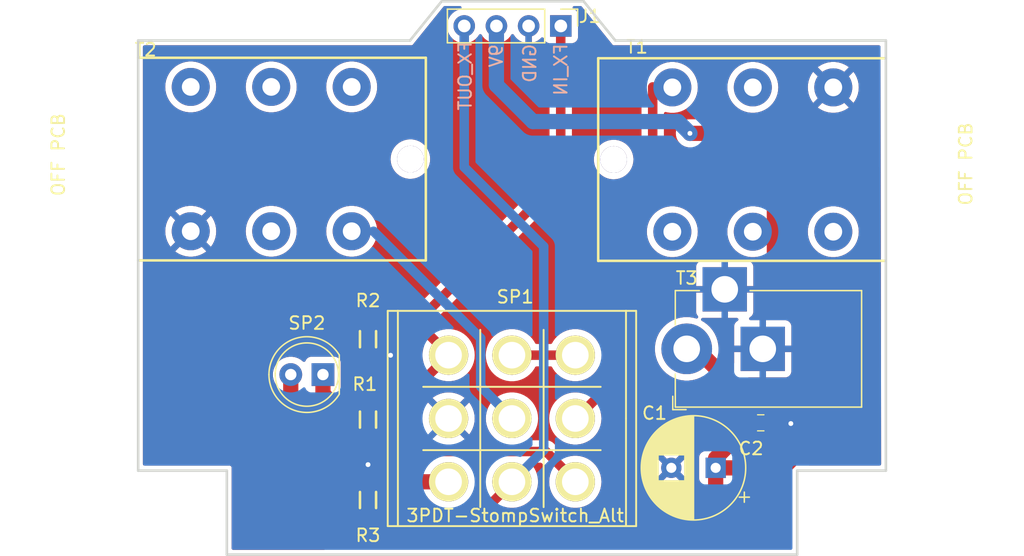
<source format=kicad_pcb>
(kicad_pcb (version 20221018) (generator pcbnew)
  (layers (0 "F.Cu" signal) (31 "B.Cu" signal) (34 "B.Paste" user) (35 "F.Paste" user) (36 "B.SilkS" user "B.Silkscreen") (37 "F.SilkS" user "F.Silkscreen") (38 "B.Mask" user) (39 "F.Mask" user) (44 "Edge.Cuts" user))
  (net 0 "")
  (net 1 "GND")
  (net 2 "+9V")
  (net 3 "Net-(R1-Pad2)")
  (net 4 "Net-(R1-Pad1)")
  (net 5 "Net-(T1-Pad5)")
  (net 6 "Net-(T1-Pad3)")
  (net 7 "Net-(T1-Pad2)")
  (net 8 "Net-(T1-Pad1)")
  (net 9 "Net-(T2-Pad5)")
  (net 10 "Net-(T2-Pad3)")
  (net 11 "Net-(T2-Pad2)")
  (net 12 "Net-(T2-Pad1)")
  (net 13 "/OUT")
  (net 14 "/IN")
  (net 15 "/Pedal_IN")
  (net 16 "/Pedal_OUT")
  (net 17 "/BYPASS")
  (footprint "AVR-KiCAD-Lib-Capacitors:C0805" (layer "F.Cu") (at 145.126 151.842)
    (fp_text reference "C2" (at -0.762 2.032 180) (layer "F.SilkS"))
    (fp_text value "CL21B104KCFNNNE" hide)
    (fp_line (start -0.254 -0.635) (end 0.254 -0.635) (stroke (width 0.1)) (layer "F.SilkS"))
    (fp_line (start -0.254 0.635) (end 0.254 0.635) (stroke (width 0.1)) (layer "F.SilkS"))
    (pad "1" smd roundrect (at -0.95 0) (size 1.321 1.524) (layers "F.Cu" "F.Paste" "F.Mask") (net 2 "+9V"))
    (pad "2" smd roundrect (at 0.95 0) (size 1.321 1.524) (layers "F.Cu" "F.Paste" "F.Mask") (net 1 "GND"))
  )
  (footprint "Connector_PinHeader_2.54mm:PinHeader_1x04_P2.54mm_Vertical" (layer "F.Cu") (at 129.35 120.5 -90)
    (fp_text reference "J1" (at -0.762 -2.286 180) (layer "F.SilkS"))
    (fp_text value "Conn_01x04_Female" hide)
    (fp_line (start -1.33 -1.33) (end 0 -1.33) (stroke (width 0.12)) (layer "F.SilkS"))
    (fp_line (start -1.33 0) (end -1.33 -1.33) (stroke (width 0.12)) (layer "F.SilkS"))
    (fp_line (start -1.33 1.27) (end -1.33 8.95) (stroke (width 0.12)) (layer "F.SilkS"))
    (fp_line (start -1.33 1.27) (end 1.33 1.27) (stroke (width 0.12)) (layer "F.SilkS"))
    (fp_line (start -1.33 8.95) (end 1.33 8.95) (stroke (width 0.12)) (layer "F.SilkS"))
    (fp_line (start 1.33 1.27) (end 1.33 8.95) (stroke (width 0.12)) (layer "F.SilkS"))
    (pad "1" thru_hole rect (at 0 0 270) (size 1.7 1.7) (drill 1) (layers "*.Cu" "*.Mask") (net 14 "/IN"))
    (pad "2" thru_hole oval (at 0 2.54 270) (size 1.7 1.7) (drill 1) (layers "*.Cu" "*.Mask") (net 1 "GND"))
    (pad "3" thru_hole oval (at 0 5.08 270) (size 1.7 1.7) (drill 1) (layers "*.Cu" "*.Mask") (net 2 "+9V"))
    (pad "4" thru_hole oval (at 0 7.62 270) (size 1.7 1.7) (drill 1) (layers "*.Cu" "*.Mask") (net 13 "/OUT"))
  )
  (footprint "AVR-KiCAD-Lib-Resistors:R1206" (layer "F.Cu") (at 114.138 151.588 90)
    (fp_text reference "R1" (at 2.794 -0.254) (layer "F.SilkS"))
    (fp_text value "RC1206FR-071KL" hide)
    (fp_line (start -0.635 -0.635) (end 0.635 -0.635) (stroke (width 0.2)) (layer "F.SilkS"))
    (fp_line (start 0.635 0.635) (end -0.635 0.635) (stroke (width 0.2)) (layer "F.SilkS"))
    (pad "1" smd roundrect (at -1.325 0 90) (size 1.1 2) (layers "F.Cu" "F.Paste" "F.Mask") (net 4 "Net-(R1-Pad1)"))
    (pad "2" smd roundrect (at 1.325 0 90) (size 1.1 2) (layers "F.Cu" "F.Paste" "F.Mask") (net 3 "Net-(R1-Pad2)"))
  )
  (footprint "AVR-KiCAD-Lib-Resistors:R1206" (layer "F.Cu") (at 114.138 145.238 -90)
    (fp_text reference "R2" (at -3.048 0 180) (layer "F.SilkS"))
    (fp_text value "RC1206FR-071ML" hide)
    (fp_line (start -0.635 -0.635) (end 0.635 -0.635) (stroke (width 0.2)) (layer "F.SilkS"))
    (fp_line (start 0.635 0.635) (end -0.635 0.635) (stroke (width 0.2)) (layer "F.SilkS"))
    (pad "1" smd roundrect (at -1.325 0 270) (size 1.1 2) (layers "F.Cu" "F.Paste" "F.Mask") (net 14 "/IN"))
    (pad "2" smd roundrect (at 1.325 0 270) (size 1.1 2) (layers "F.Cu" "F.Paste" "F.Mask") (net 1 "GND"))
  )
  (footprint "AVR-KiCAD-Lib-Resistors:R1206" (layer "F.Cu") (at 114.138 157.938 90)
    (fp_text reference "R3" (at -2.794 0) (layer "F.SilkS"))
    (fp_text value "RC1206FR-071ML" hide)
    (fp_line (start -0.635 -0.635) (end 0.635 -0.635) (stroke (width 0.2)) (layer "F.SilkS"))
    (fp_line (start 0.635 0.635) (end -0.635 0.635) (stroke (width 0.2)) (layer "F.SilkS"))
    (pad "1" smd roundrect (at -1.325 0 90) (size 1.1 2) (layers "F.Cu" "F.Paste" "F.Mask") (net 13 "/OUT"))
    (pad "2" smd roundrect (at 1.325 0 90) (size 1.1 2) (layers "F.Cu" "F.Paste" "F.Mask") (net 1 "GND"))
  )
  (footprint "AVR-KiCAD-Lib-Diodesl:LED_D5.0mm" (layer "F.Cu") (at 110.582 148.032 180)
    (fp_text reference "SP2" (at 1.27 4.064 180) (layer "F.SilkS"))
    (fp_text value "HLMP-4700-C0002" hide)
    (fp_line (start -1.29 -1.545) (end -1.29 1.545) (stroke (width 0.12)) (layer "F.SilkS"))
    (fp_arc (start -1.29 -1.54483) (mid 2.072002 -2.880433) (end 4.26 0.000462) (stroke (width 0.12)) (layer "F.SilkS"))
    (fp_arc (start 4.26 -0.000462) (mid 2.072002 2.880433) (end -1.29 1.54483) (stroke (width 0.12)) (layer "F.SilkS"))
    (fp_circle (center 1.27 0) (end 3.77 0) (stroke (width 0.12)) (fill none) (layer "F.SilkS"))
    (pad "1" thru_hole rect (at 0 0 180) (size 1.8 1.8) (drill 0.9) (layers "*.Cu" "*.Mask") (net 3 "Net-(R1-Pad2)"))
    (pad "2" thru_hole circle (at 2.54 0 180) (size 1.8 1.8) (drill 0.9) (layers "*.Cu" "*.Mask") (net 2 "+9V"))
  )
  (footprint "AVR-KiCAD-Lib-Connectors:ACJS-MHDR" (layer "F.Cu") (at 144.5 131.05)
    (fp_text reference "T1" (at -9.144 -8.89) (layer "F.SilkS"))
    (fp_text value "ACJS-MHDR")
    (fp_text user "OFF PCB" (at 16.8 0.35 90) (layer "F.SilkS"))
    (fp_line (start -12.2 -8) (end 10.5 -8) (stroke (width 0.2)) (layer "F.SilkS"))
    (fp_line (start -12.2 8) (end -12.2 -8) (stroke (width 0.2)) (layer "F.SilkS"))
    (fp_line (start -12.2 8) (end 10.5 8) (stroke (width 0.2)) (layer "F.SilkS"))
    (pad "1" thru_hole circle (at 6.35 5.7) (size 3 3) (drill 1.4) (layers "*.Cu" "*.Mask") (net 8 "Net-(T1-Pad1)"))
    (pad "2" thru_hole circle (at 0 5.7) (size 3 3) (drill 1.4) (layers "*.Cu" "*.Mask") (net 7 "Net-(T1-Pad2)"))
    (pad "3" thru_hole circle (at -6.35 5.7) (size 3 3) (drill 1.4) (layers "*.Cu" "*.Mask") (net 6 "Net-(T1-Pad3)"))
    (pad "4" thru_hole circle (at 6.35 -5.7) (size 3 3) (drill 1.4) (layers "*.Cu" "*.Mask") (net 1 "GND"))
    (pad "5" thru_hole circle (at 0 -5.7) (size 3 3) (drill 1.4) (layers "*.Cu" "*.Mask") (net 5 "Net-(T1-Pad5)"))
    (pad "6" thru_hole circle (at -6.35 -5.7) (size 3 3) (drill 1.4) (layers "*.Cu" "*.Mask") (net 15 "/Pedal_IN"))
    (pad "7" thru_hole circle (at -10.98 0) (size 2.1 2.1) (drill 2.1) (layers "*.Cu" "*.Mask"))
  )
  (footprint "AVR-KiCAD-Lib-Connectors:ACJS-MHDR" (layer "F.Cu") (at 106.5 131.014 180)
    (fp_text reference "T2" (at 9.906 8.636 180) (layer "F.SilkS"))
    (fp_text value "ACJS-MHDR")
    (fp_text user "OFF PCB" (at 16.8 0.35 270) (layer "F.SilkS"))
    (fp_line (start -12.2 -8) (end 10.5 -8) (stroke (width 0.2)) (layer "F.SilkS"))
    (fp_line (start -12.2 8) (end -12.2 -8) (stroke (width 0.2)) (layer "F.SilkS"))
    (fp_line (start -12.2 8) (end 10.5 8) (stroke (width 0.2)) (layer "F.SilkS"))
    (pad "1" thru_hole circle (at 6.35 5.7 180) (size 3 3) (drill 1.4) (layers "*.Cu" "*.Mask") (net 12 "Net-(T2-Pad1)"))
    (pad "2" thru_hole circle (at 0 5.7 180) (size 3 3) (drill 1.4) (layers "*.Cu" "*.Mask") (net 11 "Net-(T2-Pad2)"))
    (pad "3" thru_hole circle (at -6.35 5.7 180) (size 3 3) (drill 1.4) (layers "*.Cu" "*.Mask") (net 10 "Net-(T2-Pad3)"))
    (pad "4" thru_hole circle (at 6.35 -5.7 180) (size 3 3) (drill 1.4) (layers "*.Cu" "*.Mask") (net 1 "GND"))
    (pad "5" thru_hole circle (at 0 -5.7 180) (size 3 3) (drill 1.4) (layers "*.Cu" "*.Mask") (net 9 "Net-(T2-Pad5)"))
    (pad "6" thru_hole circle (at -6.35 -5.7 180) (size 3 3) (drill 1.4) (layers "*.Cu" "*.Mask") (net 16 "/Pedal_OUT"))
    (pad "7" thru_hole circle (at -10.98 0 180) (size 2.1 2.1) (drill 2.1) (layers "*.Cu" "*.Mask"))
  )
  (footprint "AVR-KiCAD-Lib-Special:Switches_Stomp_Switch_3PDT" (layer "F.Cu") (at 125.494107 151.5)
    (fp_text reference "SP1" (at 0.254 -9.604) (layer "F.SilkS"))
    (fp_text value "3PDT-StompSwitch_Alt" (at 0.254 7.668) (layer "F.SilkS"))
    (fp_line (start -9.8 -8.5) (end -9 -8.5) (stroke (width 0.15)) (layer "F.SilkS"))
    (fp_line (start -9.8 8.5) (end -9.8 -8.5) (stroke (width 0.15)) (layer "F.SilkS"))
    (fp_line (start -9 -8.5) (end 9 -8.5) (stroke (width 0.15)) (layer "F.SilkS"))
    (fp_line (start -9 8.5) (end -9.8 8.5) (stroke (width 0.15)) (layer "F.SilkS"))
    (fp_line (start -9 8.5) (end -9 -8.5) (stroke (width 0.15)) (layer "F.SilkS"))
    (fp_line (start -9 8.5) (end 9 8.5) (stroke (width 0.15)) (layer "F.SilkS"))
    (fp_line (start -7 -2.5) (end 7 -2.5) (stroke (width 0.15)) (layer "F.SilkS"))
    (fp_line (start -2.5 -7) (end -2.5 7) (stroke (width 0.15)) (layer "F.SilkS"))
    (fp_line (start 2.5 7) (end 2.5 -7) (stroke (width 0.15)) (layer "F.SilkS"))
    (fp_line (start 7 2.5) (end -7 2.5) (stroke (width 0.15)) (layer "F.SilkS"))
    (fp_line (start 9 -8.5) (end 9 0) (stroke (width 0.15)) (layer "F.SilkS"))
    (fp_line (start 9 8.5) (end 9 0) (stroke (width 0.15)) (layer "F.SilkS"))
    (fp_line (start 9.8 -8.5) (end 9 -8.5) (stroke (width 0.15)) (layer "F.SilkS"))
    (fp_line (start 9.8 8.5) (end 9 8.5) (stroke (width 0.15)) (layer "F.SilkS"))
    (fp_line (start 9.8 8.5) (end 9.8 -8.5) (stroke (width 0.15)) (layer "F.SilkS"))
    (pad "1" thru_hole circle locked (at 5 -5) (size 3.1 3.1) (drill 2.1) (layers "*.Cu" "*.Mask" "F.SilkS") (net 17 "/BYPASS"))
    (pad "2" thru_hole circle locked (at 0 -5) (size 3.1 3.1) (drill 2.1) (layers "*.Cu" "*.Mask" "F.SilkS") (net 17 "/BYPASS"))
    (pad "3" thru_hole circle locked (at -5 -5) (size 3.1 3.1) (drill 2.1) (layers "*.Cu" "*.Mask" "F.SilkS") (net 14 "/IN"))
    (pad "4" thru_hole circle locked (at 5 0) (size 3.1 3.1) (drill 2.1) (layers "*.Cu" "*.Mask" "F.SilkS") (net 15 "/Pedal_IN"))
    (pad "5" thru_hole circle locked (at 0 0) (size 3.1 3.1) (drill 2.1) (layers "*.Cu" "*.Mask" "F.SilkS") (net 16 "/Pedal_OUT"))
    (pad "6" thru_hole circle locked (at -5 0) (size 3.1 3.1) (drill 2.1) (layers "*.Cu" "*.Mask" "F.SilkS") (net 1 "GND"))
    (pad "7" thru_hole circle locked (at 5 5) (size 3.1 3.1) (drill 2.1) (layers "*.Cu" "*.Mask" "F.SilkS") (net 14 "/IN"))
    (pad "8" thru_hole circle locked (at 0 5) (size 3.1 3.1) (drill 2.1) (layers "*.Cu" "*.Mask" "F.SilkS") (net 13 "/OUT"))
    (pad "9" thru_hole circle locked (at -5 5) (size 3.1 3.1) (drill 2.1) (layers "*.Cu" "*.Mask" "F.SilkS") (net 4 "Net-(R1-Pad1)"))
  )
  (footprint "AVR-KiCAD-Lib-Capacitors:CP_Radial_D8.0mm_P3.50mm" (layer "F.Cu") (at 141.57 155.398 180)
    (fp_text reference "C1" (at 4.826 4.318 180) (layer "F.SilkS"))
    (fp_text value "UFW1H101MPD" hide)
    (fp_line (start -2.659698 -2.315) (end -1.859698 -2.315) (stroke (width 0.12)) (layer "F.SilkS"))
    (fp_line (start -2.259698 -2.715) (end -2.259698 -1.915) (stroke (width 0.12)) (layer "F.SilkS"))
    (fp_line (start 1.75 -4.08) (end 1.75 4.08) (stroke (width 0.12)) (layer "F.SilkS"))
    (fp_line (start 1.79 -4.08) (end 1.79 4.08) (stroke (width 0.12)) (layer "F.SilkS"))
    (fp_line (start 1.83 -4.08) (end 1.83 4.08) (stroke (width 0.12)) (layer "F.SilkS"))
    (fp_line (start 1.87 -4.079) (end 1.87 4.079) (stroke (width 0.12)) (layer "F.SilkS"))
    (fp_line (start 1.91 -4.077) (end 1.91 4.077) (stroke (width 0.12)) (layer "F.SilkS"))
    (fp_line (start 1.95 -4.076) (end 1.95 4.076) (stroke (width 0.12)) (layer "F.SilkS"))
    (fp_line (start 1.99 -4.074) (end 1.99 4.074) (stroke (width 0.12)) (layer "F.SilkS"))
    (fp_line (start 2.03 -4.071) (end 2.03 4.071) (stroke (width 0.12)) (layer "F.SilkS"))
    (fp_line (start 2.07 -4.068) (end 2.07 4.068) (stroke (width 0.12)) (layer "F.SilkS"))
    (fp_line (start 2.11 -4.065) (end 2.11 4.065) (stroke (width 0.12)) (layer "F.SilkS"))
    (fp_line (start 2.15 -4.061) (end 2.15 4.061) (stroke (width 0.12)) (layer "F.SilkS"))
    (fp_line (start 2.19 -4.057) (end 2.19 4.057) (stroke (width 0.12)) (layer "F.SilkS"))
    (fp_line (start 2.23 -4.052) (end 2.23 4.052) (stroke (width 0.12)) (layer "F.SilkS"))
    (fp_line (start 2.27 -4.048) (end 2.27 4.048) (stroke (width 0.12)) (layer "F.SilkS"))
    (fp_line (start 2.31 -4.042) (end 2.31 4.042) (stroke (width 0.12)) (layer "F.SilkS"))
    (fp_line (start 2.35 -4.037) (end 2.35 4.037) (stroke (width 0.12)) (layer "F.SilkS"))
    (fp_line (start 2.39 -4.03) (end 2.39 4.03) (stroke (width 0.12)) (layer "F.SilkS"))
    (fp_line (start 2.43 -4.024) (end 2.43 4.024) (stroke (width 0.12)) (layer "F.SilkS"))
    (fp_line (start 2.471 -4.017) (end 2.471 -1.04) (stroke (width 0.12)) (layer "F.SilkS"))
    (fp_line (start 2.471 1.04) (end 2.471 4.017) (stroke (width 0.12)) (layer "F.SilkS"))
    (fp_line (start 2.511 -4.01) (end 2.511 -1.04) (stroke (width 0.12)) (layer "F.SilkS"))
    (fp_line (start 2.511 1.04) (end 2.511 4.01) (stroke (width 0.12)) (layer "F.SilkS"))
    (fp_line (start 2.551 -4.002) (end 2.551 -1.04) (stroke (width 0.12)) (layer "F.SilkS"))
    (fp_line (start 2.551 1.04) (end 2.551 4.002) (stroke (width 0.12)) (layer "F.SilkS"))
    (fp_line (start 2.591 -3.994) (end 2.591 -1.04) (stroke (width 0.12)) (layer "F.SilkS"))
    (fp_line (start 2.591 1.04) (end 2.591 3.994) (stroke (width 0.12)) (layer "F.SilkS"))
    (fp_line (start 2.631 -3.985) (end 2.631 -1.04) (stroke (width 0.12)) (layer "F.SilkS"))
    (fp_line (start 2.631 1.04) (end 2.631 3.985) (stroke (width 0.12)) (layer "F.SilkS"))
    (fp_line (start 2.671 -3.976) (end 2.671 -1.04) (stroke (width 0.12)) (layer "F.SilkS"))
    (fp_line (start 2.671 1.04) (end 2.671 3.976) (stroke (width 0.12)) (layer "F.SilkS"))
    (fp_line (start 2.711 -3.967) (end 2.711 -1.04) (stroke (width 0.12)) (layer "F.SilkS"))
    (fp_line (start 2.711 1.04) (end 2.711 3.967) (stroke (width 0.12)) (layer "F.SilkS"))
    (fp_line (start 2.751 -3.957) (end 2.751 -1.04) (stroke (width 0.12)) (layer "F.SilkS"))
    (fp_line (start 2.751 1.04) (end 2.751 3.957) (stroke (width 0.12)) (layer "F.SilkS"))
    (fp_line (start 2.791 -3.947) (end 2.791 -1.04) (stroke (width 0.12)) (layer "F.SilkS"))
    (fp_line (start 2.791 1.04) (end 2.791 3.947) (stroke (width 0.12)) (layer "F.SilkS"))
    (fp_line (start 2.831 -3.936) (end 2.831 -1.04) (stroke (width 0.12)) (layer "F.SilkS"))
    (fp_line (start 2.831 1.04) (end 2.831 3.936) (stroke (width 0.12)) (layer "F.SilkS"))
    (fp_line (start 2.871 -3.925) (end 2.871 -1.04) (stroke (width 0.12)) (layer "F.SilkS"))
    (fp_line (start 2.871 1.04) (end 2.871 3.925) (stroke (width 0.12)) (layer "F.SilkS"))
    (fp_line (start 2.911 -3.914) (end 2.911 -1.04) (stroke (width 0.12)) (layer "F.SilkS"))
    (fp_line (start 2.911 1.04) (end 2.911 3.914) (stroke (width 0.12)) (layer "F.SilkS"))
    (fp_line (start 2.951 -3.902) (end 2.951 -1.04) (stroke (width 0.12)) (layer "F.SilkS"))
    (fp_line (start 2.951 1.04) (end 2.951 3.902) (stroke (width 0.12)) (layer "F.SilkS"))
    (fp_line (start 2.991 -3.889) (end 2.991 -1.04) (stroke (width 0.12)) (layer "F.SilkS"))
    (fp_line (start 2.991 1.04) (end 2.991 3.889) (stroke (width 0.12)) (layer "F.SilkS"))
    (fp_line (start 3.031 -3.877) (end 3.031 -1.04) (stroke (width 0.12)) (layer "F.SilkS"))
    (fp_line (start 3.031 1.04) (end 3.031 3.877) (stroke (width 0.12)) (layer "F.SilkS"))
    (fp_line (start 3.071 -3.863) (end 3.071 -1.04) (stroke (width 0.12)) (layer "F.SilkS"))
    (fp_line (start 3.071 1.04) (end 3.071 3.863) (stroke (width 0.12)) (layer "F.SilkS"))
    (fp_line (start 3.111 -3.85) (end 3.111 -1.04) (stroke (width 0.12)) (layer "F.SilkS"))
    (fp_line (start 3.111 1.04) (end 3.111 3.85) (stroke (width 0.12)) (layer "F.SilkS"))
    (fp_line (start 3.151 -3.835) (end 3.151 -1.04) (stroke (width 0.12)) (layer "F.SilkS"))
    (fp_line (start 3.151 1.04) (end 3.151 3.835) (stroke (width 0.12)) (layer "F.SilkS"))
    (fp_line (start 3.191 -3.821) (end 3.191 -1.04) (stroke (width 0.12)) (layer "F.SilkS"))
    (fp_line (start 3.191 1.04) (end 3.191 3.821) (stroke (width 0.12)) (layer "F.SilkS"))
    (fp_line (start 3.231 -3.805) (end 3.231 -1.04) (stroke (width 0.12)) (layer "F.SilkS"))
    (fp_line (start 3.231 1.04) (end 3.231 3.805) (stroke (width 0.12)) (layer "F.SilkS"))
    (fp_line (start 3.271 -3.79) (end 3.271 -1.04) (stroke (width 0.12)) (layer "F.SilkS"))
    (fp_line (start 3.271 1.04) (end 3.271 3.79) (stroke (width 0.12)) (layer "F.SilkS"))
    (fp_line (start 3.311 -3.774) (end 3.311 -1.04) (stroke (width 0.12)) (layer "F.SilkS"))
    (fp_line (start 3.311 1.04) (end 3.311 3.774) (stroke (width 0.12)) (layer "F.SilkS"))
    (fp_line (start 3.351 -3.757) (end 3.351 -1.04) (stroke (width 0.12)) (layer "F.SilkS"))
    (fp_line (start 3.351 1.04) (end 3.351 3.757) (stroke (width 0.12)) (layer "F.SilkS"))
    (fp_line (start 3.391 -3.74) (end 3.391 -1.04) (stroke (width 0.12)) (layer "F.SilkS"))
    (fp_line (start 3.391 1.04) (end 3.391 3.74) (stroke (width 0.12)) (layer "F.SilkS"))
    (fp_line (start 3.431 -3.722) (end 3.431 -1.04) (stroke (width 0.12)) (layer "F.SilkS"))
    (fp_line (start 3.431 1.04) (end 3.431 3.722) (stroke (width 0.12)) (layer "F.SilkS"))
    (fp_line (start 3.471 -3.704) (end 3.471 -1.04) (stroke (width 0.12)) (layer "F.SilkS"))
    (fp_line (start 3.471 1.04) (end 3.471 3.704) (stroke (width 0.12)) (layer "F.SilkS"))
    (fp_line (start 3.511 -3.686) (end 3.511 -1.04) (stroke (width 0.12)) (layer "F.SilkS"))
    (fp_line (start 3.511 1.04) (end 3.511 3.686) (stroke (width 0.12)) (layer "F.SilkS"))
    (fp_line (start 3.551 -3.666) (end 3.551 -1.04) (stroke (width 0.12)) (layer "F.SilkS"))
    (fp_line (start 3.551 1.04) (end 3.551 3.666) (stroke (width 0.12)) (layer "F.SilkS"))
    (fp_line (start 3.591 -3.647) (end 3.591 -1.04) (stroke (width 0.12)) (layer "F.SilkS"))
    (fp_line (start 3.591 1.04) (end 3.591 3.647) (stroke (width 0.12)) (layer "F.SilkS"))
    (fp_line (start 3.631 -3.627) (end 3.631 -1.04) (stroke (width 0.12)) (layer "F.SilkS"))
    (fp_line (start 3.631 1.04) (end 3.631 3.627) (stroke (width 0.12)) (layer "F.SilkS"))
    (fp_line (start 3.671 -3.606) (end 3.671 -1.04) (stroke (width 0.12)) (layer "F.SilkS"))
    (fp_line (start 3.671 1.04) (end 3.671 3.606) (stroke (width 0.12)) (layer "F.SilkS"))
    (fp_line (start 3.711 -3.584) (end 3.711 -1.04) (stroke (width 0.12)) (layer "F.SilkS"))
    (fp_line (start 3.711 1.04) (end 3.711 3.584) (stroke (width 0.12)) (layer "F.SilkS"))
    (fp_line (start 3.751 -3.562) (end 3.751 -1.04) (stroke (width 0.12)) (layer "F.SilkS"))
    (fp_line (start 3.751 1.04) (end 3.751 3.562) (stroke (width 0.12)) (layer "F.SilkS"))
    (fp_line (start 3.791 -3.54) (end 3.791 -1.04) (stroke (width 0.12)) (layer "F.SilkS"))
    (fp_line (start 3.791 1.04) (end 3.791 3.54) (stroke (width 0.12)) (layer "F.SilkS"))
    (fp_line (start 3.831 -3.517) (end 3.831 -1.04) (stroke (width 0.12)) (layer "F.SilkS"))
    (fp_line (start 3.831 1.04) (end 3.831 3.517) (stroke (width 0.12)) (layer "F.SilkS"))
    (fp_line (start 3.871 -3.493) (end 3.871 -1.04) (stroke (width 0.12)) (layer "F.SilkS"))
    (fp_line (start 3.871 1.04) (end 3.871 3.493) (stroke (width 0.12)) (layer "F.SilkS"))
    (fp_line (start 3.911 -3.469) (end 3.911 -1.04) (stroke (width 0.12)) (layer "F.SilkS"))
    (fp_line (start 3.911 1.04) (end 3.911 3.469) (stroke (width 0.12)) (layer "F.SilkS"))
    (fp_line (start 3.951 -3.444) (end 3.951 -1.04) (stroke (width 0.12)) (layer "F.SilkS"))
    (fp_line (start 3.951 1.04) (end 3.951 3.444) (stroke (width 0.12)) (layer "F.SilkS"))
    (fp_line (start 3.991 -3.418) (end 3.991 -1.04) (stroke (width 0.12)) (layer "F.SilkS"))
    (fp_line (start 3.991 1.04) (end 3.991 3.418) (stroke (width 0.12)) (layer "F.SilkS"))
    (fp_line (start 4.031 -3.392) (end 4.031 -1.04) (stroke (width 0.12)) (layer "F.SilkS"))
    (fp_line (start 4.031 1.04) (end 4.031 3.392) (stroke (width 0.12)) (layer "F.SilkS"))
    (fp_line (start 4.071 -3.365) (end 4.071 -1.04) (stroke (width 0.12)) (layer "F.SilkS"))
    (fp_line (start 4.071 1.04) (end 4.071 3.365) (stroke (width 0.12)) (layer "F.SilkS"))
    (fp_line (start 4.111 -3.338) (end 4.111 -1.04) (stroke (width 0.12)) (layer "F.SilkS"))
    (fp_line (start 4.111 1.04) (end 4.111 3.338) (stroke (width 0.12)) (layer "F.SilkS"))
    (fp_line (start 4.151 -3.309) (end 4.151 -1.04) (stroke (width 0.12)) (layer "F.SilkS"))
    (fp_line (start 4.151 1.04) (end 4.151 3.309) (stroke (width 0.12)) (layer "F.SilkS"))
    (fp_line (start 4.191 -3.28) (end 4.191 -1.04) (stroke (width 0.12)) (layer "F.SilkS"))
    (fp_line (start 4.191 1.04) (end 4.191 3.28) (stroke (width 0.12)) (layer "F.SilkS"))
    (fp_line (start 4.231 -3.25) (end 4.231 -1.04) (stroke (width 0.12)) (layer "F.SilkS"))
    (fp_line (start 4.231 1.04) (end 4.231 3.25) (stroke (width 0.12)) (layer "F.SilkS"))
    (fp_line (start 4.271 -3.22) (end 4.271 -1.04) (stroke (width 0.12)) (layer "F.SilkS"))
    (fp_line (start 4.271 1.04) (end 4.271 3.22) (stroke (width 0.12)) (layer "F.SilkS"))
    (fp_line (start 4.311 -3.189) (end 4.311 -1.04) (stroke (width 0.12)) (layer "F.SilkS"))
    (fp_line (start 4.311 1.04) (end 4.311 3.189) (stroke (width 0.12)) (layer "F.SilkS"))
    (fp_line (start 4.351 -3.156) (end 4.351 -1.04) (stroke (width 0.12)) (layer "F.SilkS"))
    (fp_line (start 4.351 1.04) (end 4.351 3.156) (stroke (width 0.12)) (layer "F.SilkS"))
    (fp_line (start 4.391 -3.124) (end 4.391 -1.04) (stroke (width 0.12)) (layer "F.SilkS"))
    (fp_line (start 4.391 1.04) (end 4.391 3.124) (stroke (width 0.12)) (layer "F.SilkS"))
    (fp_line (start 4.431 -3.09) (end 4.431 -1.04) (stroke (width 0.12)) (layer "F.SilkS"))
    (fp_line (start 4.431 1.04) (end 4.431 3.09) (stroke (width 0.12)) (layer "F.SilkS"))
    (fp_line (start 4.471 -3.055) (end 4.471 -1.04) (stroke (width 0.12)) (layer "F.SilkS"))
    (fp_line (start 4.471 1.04) (end 4.471 3.055) (stroke (width 0.12)) (layer "F.SilkS"))
    (fp_line (start 4.511 -3.019) (end 4.511 -1.04) (stroke (width 0.12)) (layer "F.SilkS"))
    (fp_line (start 4.511 1.04) (end 4.511 3.019) (stroke (width 0.12)) (layer "F.SilkS"))
    (fp_line (start 4.551 -2.983) (end 4.551 2.983) (stroke (width 0.12)) (layer "F.SilkS"))
    (fp_line (start 4.591 -2.945) (end 4.591 2.945) (stroke (width 0.12)) (layer "F.SilkS"))
    (fp_line (start 4.631 -2.907) (end 4.631 2.907) (stroke (width 0.12)) (layer "F.SilkS"))
    (fp_line (start 4.671 -2.867) (end 4.671 2.867) (stroke (width 0.12)) (layer "F.SilkS"))
    (fp_line (start 4.711 -2.826) (end 4.711 2.826) (stroke (width 0.12)) (layer "F.SilkS"))
    (fp_line (start 4.751 -2.784) (end 4.751 2.784) (stroke (width 0.12)) (layer "F.SilkS"))
    (fp_line (start 4.791 -2.741) (end 4.791 2.741) (stroke (width 0.12)) (layer "F.SilkS"))
    (fp_line (start 4.831 -2.697) (end 4.831 2.697) (stroke (width 0.12)) (layer "F.SilkS"))
    (fp_line (start 4.871 -2.651) (end 4.871 2.651) (stroke (width 0.12)) (layer "F.SilkS"))
    (fp_line (start 4.911 -2.604) (end 4.911 2.604) (stroke (width 0.12)) (layer "F.SilkS"))
    (fp_line (start 4.951 -2.556) (end 4.951 2.556) (stroke (width 0.12)) (layer "F.SilkS"))
    (fp_line (start 4.991 -2.505) (end 4.991 2.505) (stroke (width 0.12)) (layer "F.SilkS"))
    (fp_line (start 5.031 -2.454) (end 5.031 2.454) (stroke (width 0.12)) (layer "F.SilkS"))
    (fp_line (start 5.071 -2.4) (end 5.071 2.4) (stroke (width 0.12)) (layer "F.SilkS"))
    (fp_line (start 5.111 -2.345) (end 5.111 2.345) (stroke (width 0.12)) (layer "F.SilkS"))
    (fp_line (start 5.151 -2.287) (end 5.151 2.287) (stroke (width 0.12)) (layer "F.SilkS"))
    (fp_line (start 5.191 -2.228) (end 5.191 2.228) (stroke (width 0.12)) (layer "F.SilkS"))
    (fp_line (start 5.231 -2.166) (end 5.231 2.166) (stroke (width 0.12)) (layer "F.SilkS"))
    (fp_line (start 5.271 -2.102) (end 5.271 2.102) (stroke (width 0.12)) (layer "F.SilkS"))
    (fp_line (start 5.311 -2.034) (end 5.311 2.034) (stroke (width 0.12)) (layer "F.SilkS"))
    (fp_line (start 5.351 -1.964) (end 5.351 1.964) (stroke (width 0.12)) (layer "F.SilkS"))
    (fp_line (start 5.391 -1.89) (end 5.391 1.89) (stroke (width 0.12)) (layer "F.SilkS"))
    (fp_line (start 5.431 -1.813) (end 5.431 1.813) (stroke (width 0.12)) (layer "F.SilkS"))
    (fp_line (start 5.471 -1.731) (end 5.471 1.731) (stroke (width 0.12)) (layer "F.SilkS"))
    (fp_line (start 5.511 -1.645) (end 5.511 1.645) (stroke (width 0.12)) (layer "F.SilkS"))
    (fp_line (start 5.551 -1.552) (end 5.551 1.552) (stroke (width 0.12)) (layer "F.SilkS"))
    (fp_line (start 5.591 -1.453) (end 5.591 1.453) (stroke (width 0.12)) (layer "F.SilkS"))
    (fp_line (start 5.631 -1.346) (end 5.631 1.346) (stroke (width 0.12)) (layer "F.SilkS"))
    (fp_line (start 5.671 -1.229) (end 5.671 1.229) (stroke (width 0.12)) (layer "F.SilkS"))
    (fp_line (start 5.711 -1.098) (end 5.711 1.098) (stroke (width 0.12)) (layer "F.SilkS"))
    (fp_line (start 5.751 -0.948) (end 5.751 0.948) (stroke (width 0.12)) (layer "F.SilkS"))
    (fp_line (start 5.791 -0.768) (end 5.791 0.768) (stroke (width 0.12)) (layer "F.SilkS"))
    (fp_line (start 5.831 -0.533) (end 5.831 0.533) (stroke (width 0.12)) (layer "F.SilkS"))
    (fp_circle (center 1.75 0) (end 5.87 0) (stroke (width 0.12)) (fill none) (layer "F.SilkS"))
    (pad "1" thru_hole rect (at 0 0 180) (size 1.6 1.6) (drill 0.8) (layers "*.Cu" "*.Mask") (net 2 "+9V"))
    (pad "2" thru_hole circle (at 3.5 0 180) (size 1.6 1.6) (drill 0.8) (layers "*.Cu" "*.Mask") (net 1 "GND"))
  )
  (footprint "AVR-KiCAD-Lib-Connectors:BarrelJack_Horizontal" (layer "F.Cu") (at 139.284 146 180)
    (fp_text reference "T3" (at 0 5.588 180) (layer "F.SilkS"))
    (fp_text value "54-00129")
    (fp_line (start -13.8 -4.6) (end 0.9 -4.6) (stroke (width 0.12)) (layer "F.SilkS"))
    (fp_line (start -13.8 4.6) (end -13.8 -4.6) (stroke (width 0.12)) (layer "F.SilkS"))
    (fp_line (start -5 4.6) (end -13.8 4.6) (stroke (width 0.12)) (layer "F.SilkS"))
    (fp_line (start 0.05 -4.8) (end 1.1 -4.8) (stroke (width 0.12)) (layer "F.SilkS"))
    (fp_line (start 0.9 -4.6) (end 0.9 -2) (stroke (width 0.12)) (layer "F.SilkS"))
    (fp_line (start 0.9 1.9) (end 0.9 4.6) (stroke (width 0.12)) (layer "F.SilkS"))
    (fp_line (start 0.9 4.6) (end -1 4.6) (stroke (width 0.12)) (layer "F.SilkS"))
    (fp_line (start 1.1 -3.75) (end 1.1 -4.8) (stroke (width 0.12)) (layer "F.SilkS"))
    (pad "1" thru_hole circle (at 0 0 180) (size 4 4) (drill 2.1) (layers "*.Cu" "*.Mask") (net 2 "+9V"))
    (pad "2" thru_hole rect (at -6 0 180) (size 3.5 3.5) (drill 2.1) (layers "*.Cu" "*.Mask") (net 1 "GND"))
    (pad "3" thru_hole rect (at -3 4.7 180) (size 3.5 3.5) (drill 2.1) (layers "*.Cu" "*.Mask") (net 1 "GND"))
  )
  (gr_line (start 125.55 118.55) (end 119.95 118.55) (stroke (width 0.2)) (layer "Edge.Cuts"))
  (gr_line (start 125.55 118.55) (end 131.15 118.55) (stroke (width 0.2)) (layer "Edge.Cuts"))
  (gr_line (start 117.45 121.65) (end 119.95 118.55) (stroke (width 0.2)) (layer "Edge.Cuts"))
  (gr_line (start 131.15 118.55) (end 133.65 121.65) (stroke (width 0.2)) (layer "Edge.Cuts"))
  (gr_line (start 117.45 121.65) (end 96 121.65) (stroke (width 0.2)) (layer "Edge.Cuts"))
  (gr_line (start 96 155.616427) (end 96 121.65) (stroke (width 0.2)) (layer "Edge.Cuts"))
  (gr_line (start 148 162.249999) (end 103 162.249999) (stroke (width 0.2)) (layer "Edge.Cuts"))
  (gr_line (start 155 121.65) (end 133.65 121.65) (stroke (width 0.2)) (layer "Edge.Cuts"))
  (gr_line (start 155 155.616427) (end 148 155.616427) (stroke (width 0.2)) (layer "Edge.Cuts"))
  (gr_line (start 103 162.249999) (end 103 155.616427) (stroke (width 0.2)) (layer "Edge.Cuts"))
  (gr_line (start 148 155.616427) (end 148 162.249999) (stroke (width 0.2)) (layer "Edge.Cuts"))
  (gr_line (start 155 121.65) (end 155 155.616427) (stroke (width 0.2)) (layer "Edge.Cuts"))
  (gr_line (start 103 155.616427) (end 96 155.616427) (stroke (width 0.2)) (layer "Edge.Cuts"))
  (gr_text "FX_IN" (at 129.35 123.95 90) (layer "B.SilkS") (effects (font (size 1 1)) (justify mirror)))
  (gr_text "FX_OUT" (at 121.8 124.45 90) (layer "B.SilkS") (effects (font (size 1 1)) (justify mirror)))
  (gr_text "9V" (at 124.25 122.85 90) (layer "B.SilkS") (effects (font (size 1 1)) (justify mirror)))
  (gr_text "GND" (at 126.9 123.45 90) (layer "B.SilkS") (effects (font (size 1 1)) (justify mirror)))
  (segment (start 114.193 146.508) (end 114.138 146.563) (width 0.25) (layer "F.Cu") (net 1))
  (segment (start 114.138 156.613) (end 114.138 155.144) (width 0.75) (layer "F.Cu") (net 1))
  (segment (start 115.916 146.508) (end 114.193 146.508) (width 0.75) (layer "F.Cu") (net 1))
  (via (at 147.5 151.9) (size 1.143) (drill 0.381) (layers "F.Cu" "B.Cu") (net 1))
  (via (at 115.916 146.508) (size 1.143) (drill 0.381) (layers "F.Cu" "B.Cu") (net 1))
  (via (at 114.138 155.144) (size 1.143) (drill 0.381) (layers "F.Cu" "B.Cu") (net 1))
  (segment (start 139.538 128.982) (end 139.538 128.982) (width 1.2) (layer "F.Cu") (net 2))
  (segment (start 149.6 152.7) (end 149.6 142.5) (width 1.2) (layer "F.Cu") (net 2))
  (segment (start 108.042 150.592) (end 108.042 148.032) (width 1.2) (layer "F.Cu") (net 2))
  (segment (start 111.636 160.986) (end 109.9 159.25) (width 1.2) (layer "F.Cu") (net 2))
  (segment (start 141.57 154.636) (end 141.57 155.398) (width 1.2) (layer "F.Cu") (net 2))
  (segment (start 141.832 128.982) (end 139.538 128.982) (width 1.2) (layer "F.Cu") (net 2))
  (segment (start 140.046 146) (end 144.176 150.13) (width 1.2) (layer "F.Cu") (net 2))
  (segment (start 109.9 159.25) (end 109.9 152.45) (width 1.2) (layer "F.Cu") (net 2))
  (segment (start 141.57 155.398) (end 141.572 155.4) (width 1.2) (layer "F.Cu") (net 2))
  (segment (start 144.176 151.842) (end 144.176 152.03) (width 1.2) (layer "F.Cu") (net 2))
  (segment (start 139.814 160.986) (end 111.636 160.986) (width 1.2) (layer "F.Cu") (net 2))
  (segment (start 141.57 159.23) (end 139.814 160.986) (width 1.2) (layer "F.Cu") (net 2))
  (segment (start 141.572 155.4) (end 146.9 155.4) (width 1.2) (layer "F.Cu") (net 2))
  (segment (start 144.176 150.13) (end 144.176 151.842) (width 1.2) (layer "F.Cu") (net 2))
  (segment (start 141.57 155.398) (end 141.57 159.23) (width 1.2) (layer "F.Cu") (net 2))
  (segment (start 109.9 152.45) (end 108.042 150.592) (width 1.2) (layer "F.Cu") (net 2))
  (segment (start 144.176 152.03) (end 141.57 154.636) (width 1.2) (layer "F.Cu") (net 2))
  (segment (start 139.284 146) (end 140.046 146) (width 1.2) (layer "F.Cu") (net 2))
  (segment (start 149.6 142.5) (end 146.2 139.1) (width 1.2) (layer "F.Cu") (net 2))
  (segment (start 146.2 133.35) (end 141.832 128.982) (width 1.2) (layer "F.Cu") (net 2))
  (segment (start 146.2 139.1) (end 146.2 133.35) (width 1.2) (layer "F.Cu") (net 2))
  (segment (start 146.9 155.4) (end 149.6 152.7) (width 1.2) (layer "F.Cu") (net 2))
  (via (at 139.538 128.982) (size 1.143) (drill 0.381) (layers "F.Cu" "B.Cu") (net 2))
  (segment (start 138.606 128.05) (end 127.15 128.05) (width 1.2) (layer "B.Cu") (net 2))
  (segment (start 127.15 128.05) (end 124.27 125.17) (width 1.2) (layer "B.Cu") (net 2))
  (segment (start 139.538 128.982) (end 138.606 128.05) (width 1.2) (layer "B.Cu") (net 2))
  (segment (start 124.27 125.17) (end 124.27 120.5) (width 1.2) (layer "B.Cu") (net 2))
  (segment (start 114.138 150.263) (end 111.289 150.263) (width 1.2) (layer "F.Cu") (net 3))
  (segment (start 110.582 149.556) (end 110.582 148.032) (width 1.2) (layer "F.Cu") (net 3))
  (segment (start 111.289 150.263) (end 110.582 149.556) (width 1.2) (layer "F.Cu") (net 3))
  (segment (start 118.288 156.5) (end 114.646 152.858) (width 1.2) (layer "F.Cu") (net 4))
  (segment (start 120.568 156.5) (end 118.288 156.5) (width 1.2) (layer "F.Cu") (net 4))
  (segment (start 114.193 152.858) (end 114.138 152.913) (width 0.25) (layer "F.Cu") (net 4))
  (segment (start 114.646 152.858) (end 114.193 152.858) (width 1.2) (layer "F.Cu") (net 4))
  (segment (start 114.138 159.263) (end 122.805 159.263) (width 0.75) (layer "F.Cu") (net 13))
  (segment (start 122.805 159.263) (end 125.568 156.5) (width 0.75) (layer "F.Cu") (net 13))
  (segment (start 128 137.91667) (end 121.73 131.64667) (width 0.75) (layer "B.Cu") (net 13))
  (segment (start 125.494107 156.5) (end 128 153.994107) (width 0.75) (layer "B.Cu") (net 13))
  (segment (start 121.73 131.64667) (end 121.73 120.5) (width 0.75) (layer "B.Cu") (net 13))
  (segment (start 128 153.994107) (end 128 137.91667) (width 0.75) (layer "B.Cu") (net 13))
  (segment (start 120.496 146.5) (end 120.568 146.5) (width 0.75) (layer "F.Cu") (net 14))
  (segment (start 118.90851 154.107217) (end 117.694 152.892707) (width 0.75) (layer "F.Cu") (net 14))
  (segment (start 117.694 152.892707) (end 117.694 149.302) (width 0.75) (layer "F.Cu") (net 14))
  (segment (start 129.35 120.5) (end 129.35 121.3) (width 0.75) (layer "F.Cu") (net 14))
  (segment (start 120.568 146.5) (end 117.981 143.913) (width 0.75) (layer "F.Cu") (net 14))
  (segment (start 117.981 143.913) (end 129.342 132.552) (width 0.75) (layer "F.Cu") (net 14))
  (segment (start 129.342 120.508) (end 129.35 120.5) (width 0.75) (layer "F.Cu") (net 14))
  (segment (start 130.568 156.5) (end 128.175217 154.107217) (width 0.75) (layer "F.Cu") (net 14))
  (segment (start 117.694 149.302) (end 120.496 146.5) (width 0.75) (layer "F.Cu") (net 14))
  (segment (start 129.342 132.552) (end 129.342 120.508) (width 0.75) (layer "F.Cu") (net 14))
  (segment (start 117.981 143.913) (end 114.138 143.913) (width 0.75) (layer "F.Cu") (net 14))
  (segment (start 128.175217 154.107217) (end 118.90851 154.107217) (width 0.75) (layer "F.Cu") (net 14))
  (segment (start 120.568 147.858) (end 120.568 146.5) (width 0.25) (layer "F.Cu") (net 14))
  (segment (start 120.488 146.42) (end 120.568 146.5) (width 0.25) (layer "F.Cu") (net 14))
  (segment (start 133.45 134.95) (end 133.45 136.4) (width 0.75) (layer "F.Cu") (net 15))
  (segment (start 133.442 148.626) (end 133.442 136.308) (width 0.75) (layer "F.Cu") (net 15))
  (segment (start 130.568 151.5) (end 133.442 148.626) (width 0.75) (layer "F.Cu") (net 15))
  (segment (start 136.6 131.8) (end 133.45 134.95) (width 0.75) (layer "F.Cu") (net 15))
  (segment (start 136.6 125.314) (end 136.6 131.8) (width 0.75) (layer "F.Cu") (net 15))
  (segment (start 125.568 151.5) (end 125.55 151.5) (width 0.75) (layer "F.Cu") (net 16))
  (segment (start 123.028 148.978) (end 123.028 145.167) (width 0.75) (layer "B.Cu") (net 16))
  (segment (start 123.028 145.167) (end 114.575 136.714) (width 0.75) (layer "B.Cu") (net 16))
  (segment (start 125.55 151.5) (end 123.028 148.978) (width 0.75) (layer "B.Cu") (net 16))
  (segment (start 127.760031 146.5) (end 130.568 146.5) (width 0.75) (layer "F.Cu") (net 17))
  (segment (start 125.568 146.5) (end 127.760031 146.5) (width 0.75) (layer "F.Cu") (net 17))
  (zone (net 1) (net_name "GND") (layer "F.Cu") (connect_pads (clearance 0.508)) (min_thickness 0.254) (fill yes (thermal_gap 0.508) (thermal_bridge_width 0.508) (smoothing chamfer))
    (polygon (pts (xy 147.8 162.05) (xy 103.2 162.05) (xy 103.2 155.4) (xy 96.2 155.4) (xy 96.2 121.85) (xy 117.55 121.85) (xy 120.05 118.75) (xy 131.05 118.75) (xy 133.55 121.85) (xy 154.75 121.85) (xy 154.8 155.4) (xy 147.8 155.4)))
  )
  (zone (net 1) (net_name "GND") (layer "B.Cu") (connect_pads (clearance 0.508)) (min_thickness 0.254) (fill yes (thermal_gap 0.508) (thermal_bridge_width 0.508) (smoothing chamfer))
    (polygon (pts (xy 147.8 162.05) (xy 103.2 162.05) (xy 103.2 155.4) (xy 96.2 155.4) (xy 96.25 121.85) (xy 117.55 121.85) (xy 120.05 118.75) (xy 131.05 118.75) (xy 133.55 121.85) (xy 154.75 121.85) (xy 154.8 155.4) (xy 147.8 155.4)))
  )
)
</source>
